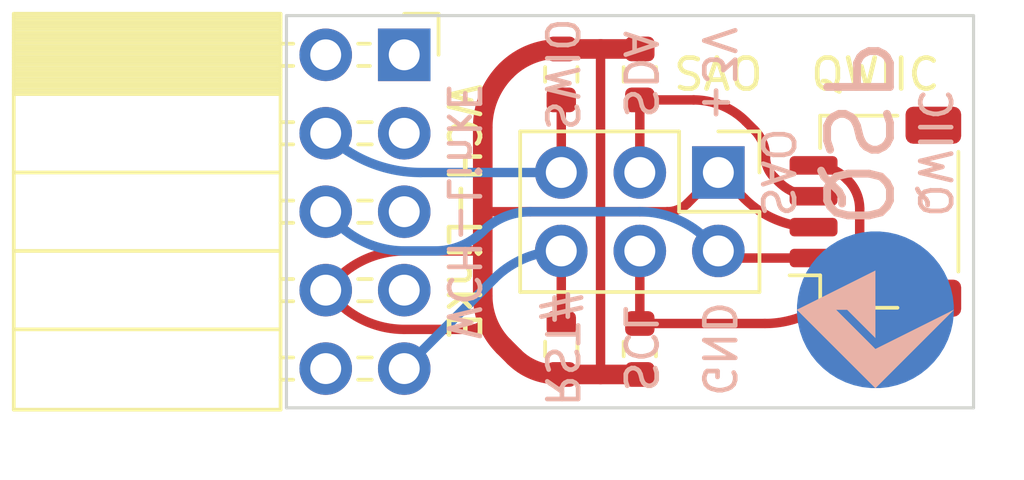
<source format=kicad_pcb>
(kicad_pcb (version 20221018) (generator pcbnew)
  (title_block (title "Qwiic Shitty Programmer") (company "Steiert Solutions"))
  (layers (0 "F.Cu" signal) (31 "B.Cu" signal) (34 "B.Paste" user) (35 "F.Paste" user) (36 "B.SilkS" user "B.Silkscreen") (37 "F.SilkS" user "F.Silkscreen") (38 "B.Mask" user) (39 "F.Mask" user) (44 "Edge.Cuts" user))
  (net 0 "")
  (net 1 "/GND")
  (net 2 "/+3V")
  (net 3 "/SDA")
  (net 4 "/SCL")
  (net 5 "/SWIO")
  (net 6 "/RST#")
  (footprint "Resistor_SMD:R_0603_1608Metric" (layer "F.Cu") (at 135.89 116.205 -90)
    (fp_text reference "R3" hide)
    (fp_text value "10K")
    (fp_line (start -0.237258 -0.5225) (end 0.237258 -0.5225) (stroke (width 0.12)) (layer "F.SilkS"))
    (fp_line (start -0.237258 0.5225) (end 0.237258 0.5225) (stroke (width 0.12)) (layer "F.SilkS"))
    (pad "1" smd roundrect (at -0.825 0 270) (size 0.8 0.95) (layers "F.Cu" "F.Paste" "F.Mask") (net 2 "/+3V"))
    (pad "2" smd roundrect (at 0.825 0 270) (size 0.8 0.95) (layers "F.Cu" "F.Paste" "F.Mask") (net 5 "/SWIO"))
  )
  (footprint "Resistor_SMD:R_0603_1608Metric" (layer "F.Cu") (at 138.43 125.095 -90)
    (fp_text reference "R2" hide)
    (fp_text value "10K")
    (fp_line (start -0.237258 -0.5225) (end 0.237258 -0.5225) (stroke (width 0.12)) (layer "F.SilkS"))
    (fp_line (start -0.237258 0.5225) (end 0.237258 0.5225) (stroke (width 0.12)) (layer "F.SilkS"))
    (pad "1" smd roundrect (at -0.825 0 270) (size 0.8 0.95) (layers "F.Cu" "F.Paste" "F.Mask") (net 4 "/SCL"))
    (pad "2" smd roundrect (at 0.825 0 270) (size 0.8 0.95) (layers "F.Cu" "F.Paste" "F.Mask") (net 2 "/+3V"))
  )
  (footprint "Resistor_SMD:R_0603_1608Metric" (layer "F.Cu") (at 138.43 116.205 -90)
    (fp_text reference "R1" hide)
    (fp_text value "10K")
    (fp_line (start -0.237258 -0.5225) (end 0.237258 -0.5225) (stroke (width 0.12)) (layer "F.SilkS"))
    (fp_line (start -0.237258 0.5225) (end 0.237258 0.5225) (stroke (width 0.12)) (layer "F.SilkS"))
    (pad "1" smd roundrect (at -0.825 0 270) (size 0.8 0.95) (layers "F.Cu" "F.Paste" "F.Mask") (net 2 "/+3V"))
    (pad "2" smd roundrect (at 0.825 0 270) (size 0.8 0.95) (layers "F.Cu" "F.Paste" "F.Mask") (net 3 "/SDA"))
  )
  (footprint "Connector_PinSocket_2.54mm:PinSocket_2x05_P2.54mm_Horizontal" (layer "F.Cu") (at 130.81 115.57)
    (fp_text reference "J3" hide)
    (fp_text value "WCH-LinkE")
    (fp_line (start -12.63 -1.33) (end -12.63 11.49) (stroke (width 0.12)) (layer "F.SilkS"))
    (fp_line (start -12.63 -1.33) (end -4 -1.33) (stroke (width 0.12)) (layer "F.SilkS"))
    (fp_line (start -12.63 -1.21) (end -4 -1.21) (stroke (width 0.12)) (layer "F.SilkS"))
    (fp_line (start -12.63 -1.091905) (end -4 -1.091905) (stroke (width 0.12)) (layer "F.SilkS"))
    (fp_line (start -12.63 -0.97381) (end -4 -0.97381) (stroke (width 0.12)) (layer "F.SilkS"))
    (fp_line (start -12.63 -0.855715) (end -4 -0.855715) (stroke (width 0.12)) (layer "F.SilkS"))
    (fp_line (start -12.63 -0.73762) (end -4 -0.73762) (stroke (width 0.12)) (layer "F.SilkS"))
    (fp_line (start -12.63 -0.619525) (end -4 -0.619525) (stroke (width 0.12)) (layer "F.SilkS"))
    (fp_line (start -12.63 -0.50143) (end -4 -0.50143) (stroke (width 0.12)) (layer "F.SilkS"))
    (fp_line (start -12.63 -0.383335) (end -4 -0.383335) (stroke (width 0.12)) (layer "F.SilkS"))
    (fp_line (start -12.63 -0.26524) (end -4 -0.26524) (stroke (width 0.12)) (layer "F.SilkS"))
    (fp_line (start -12.63 -0.147145) (end -4 -0.147145) (stroke (width 0.12)) (layer "F.SilkS"))
    (fp_line (start -12.63 -0.02905) (end -4 -0.02905) (stroke (width 0.12)) (layer "F.SilkS"))
    (fp_line (start -12.63 0.089045) (end -4 0.089045) (stroke (width 0.12)) (layer "F.SilkS"))
    (fp_line (start -12.63 0.20714) (end -4 0.20714) (stroke (width 0.12)) (layer "F.SilkS"))
    (fp_line (start -12.63 0.325235) (end -4 0.325235) (stroke (width 0.12)) (layer "F.SilkS"))
    (fp_line (start -12.63 0.44333) (end -4 0.44333) (stroke (width 0.12)) (layer "F.SilkS"))
    (fp_line (start -12.63 0.561425) (end -4 0.561425) (stroke (width 0.12)) (layer "F.SilkS"))
    (fp_line (start -12.63 0.67952) (end -4 0.67952) (stroke (width 0.12)) (layer "F.SilkS"))
    (fp_line (start -12.63 0.797615) (end -4 0.797615) (stroke (width 0.12)) (layer "F.SilkS"))
    (fp_line (start -12.63 0.91571) (end -4 0.91571) (stroke (width 0.12)) (layer "F.SilkS"))
    (fp_line (start -12.63 1.033805) (end -4 1.033805) (stroke (width 0.12)) (layer "F.SilkS"))
    (fp_line (start -12.63 1.1519) (end -4 1.1519) (stroke (width 0.12)) (layer "F.SilkS"))
    (fp_line (start -12.63 1.27) (end -4 1.27) (stroke (width 0.12)) (layer "F.SilkS"))
    (fp_line (start -12.63 3.81) (end -4 3.81) (stroke (width 0.12)) (layer "F.SilkS"))
    (fp_line (start -12.63 6.35) (end -4 6.35) (stroke (width 0.12)) (layer "F.SilkS"))
    (fp_line (start -12.63 8.89) (end -4 8.89) (stroke (width 0.12)) (layer "F.SilkS"))
    (fp_line (start -12.63 11.49) (end -4 11.49) (stroke (width 0.12)) (layer "F.SilkS"))
    (fp_line (start -4 -1.33) (end -4 11.49) (stroke (width 0.12)) (layer "F.SilkS"))
    (fp_line (start -4 -0.36) (end -3.59 -0.36) (stroke (width 0.12)) (layer "F.SilkS"))
    (fp_line (start -4 0.36) (end -3.59 0.36) (stroke (width 0.12)) (layer "F.SilkS"))
    (fp_line (start -4 2.18) (end -3.59 2.18) (stroke (width 0.12)) (layer "F.SilkS"))
    (fp_line (start -4 2.9) (end -3.59 2.9) (stroke (width 0.12)) (layer "F.SilkS"))
    (fp_line (start -4 4.72) (end -3.59 4.72) (stroke (width 0.12)) (layer "F.SilkS"))
    (fp_line (start -4 5.44) (end -3.59 5.44) (stroke (width 0.12)) (layer "F.SilkS"))
    (fp_line (start -4 7.26) (end -3.59 7.26) (stroke (width 0.12)) (layer "F.SilkS"))
    (fp_line (start -4 7.98) (end -3.59 7.98) (stroke (width 0.12)) (layer "F.SilkS"))
    (fp_line (start -4 9.8) (end -3.59 9.8) (stroke (width 0.12)) (layer "F.SilkS"))
    (fp_line (start -4 10.52) (end -3.59 10.52) (stroke (width 0.12)) (layer "F.SilkS"))
    (fp_line (start -1.49 -0.36) (end -1.11 -0.36) (stroke (width 0.12)) (layer "F.SilkS"))
    (fp_line (start -1.49 0.36) (end -1.11 0.36) (stroke (width 0.12)) (layer "F.SilkS"))
    (fp_line (start -1.49 2.18) (end -1.05 2.18) (stroke (width 0.12)) (layer "F.SilkS"))
    (fp_line (start -1.49 2.9) (end -1.05 2.9) (stroke (width 0.12)) (layer "F.SilkS"))
    (fp_line (start -1.49 4.72) (end -1.05 4.72) (stroke (width 0.12)) (layer "F.SilkS"))
    (fp_line (start -1.49 5.44) (end -1.05 5.44) (stroke (width 0.12)) (layer "F.SilkS"))
    (fp_line (start -1.49 7.26) (end -1.05 7.26) (stroke (width 0.12)) (layer "F.SilkS"))
    (fp_line (start -1.49 7.98) (end -1.05 7.98) (stroke (width 0.12)) (layer "F.SilkS"))
    (fp_line (start -1.49 9.8) (end -1.05 9.8) (stroke (width 0.12)) (layer "F.SilkS"))
    (fp_line (start -1.49 10.52) (end -1.05 10.52) (stroke (width 0.12)) (layer "F.SilkS"))
    (fp_line (start 0 -1.33) (end 1.11 -1.33) (stroke (width 0.12)) (layer "F.SilkS"))
    (fp_line (start 1.11 -1.33) (end 1.11 0) (stroke (width 0.12)) (layer "F.SilkS"))
    (pad "1" thru_hole rect (at 0 0) (size 1.7 1.7) (drill 1) (layers "*.Cu" "*.Mask"))
    (pad "2" thru_hole oval (at -2.54 0) (size 1.7 1.7) (drill 1) (layers "*.Cu" "*.Mask"))
    (pad "3" thru_hole oval (at 0 2.54) (size 1.7 1.7) (drill 1) (layers "*.Cu" "*.Mask"))
    (pad "4" thru_hole oval (at -2.54 2.54) (size 1.7 1.7) (drill 1) (layers "*.Cu" "*.Mask") (net 5 "/SWIO"))
    (pad "5" thru_hole oval (at 0 5.08) (size 1.7 1.7) (drill 1) (layers "*.Cu" "*.Mask"))
    (pad "6" thru_hole oval (at -2.54 5.08) (size 1.7 1.7) (drill 1) (layers "*.Cu" "*.Mask") (net 1 "/GND"))
    (pad "7" thru_hole oval (at 0 7.62) (size 1.7 1.7) (drill 1) (layers "*.Cu" "*.Mask"))
    (pad "8" thru_hole oval (at -2.54 7.62) (size 1.7 1.7) (drill 1) (layers "*.Cu" "*.Mask") (net 2 "/+3V"))
    (pad "9" thru_hole oval (at 0 10.16) (size 1.7 1.7) (drill 1) (layers "*.Cu" "*.Mask") (net 6 "/RST#"))
    (pad "10" thru_hole oval (at -2.54 10.16) (size 1.7 1.7) (drill 1) (layers "*.Cu" "*.Mask"))
  )
  (footprint "Connector_PinHeader_2.54mm:PinHeader_2x03_P2.54mm_Vertical" (layer "F.Cu") (at 140.97 119.38 -90)
    (fp_text reference "J2" hide)
    (fp_text value "SAO")
    (fp_line (start -1.33 -1.33) (end 0 -1.33) (stroke (width 0.12)) (layer "F.SilkS"))
    (fp_line (start -1.33 0) (end -1.33 -1.33) (stroke (width 0.12)) (layer "F.SilkS"))
    (fp_line (start -1.33 1.27) (end -1.33 6.41) (stroke (width 0.12)) (layer "F.SilkS"))
    (fp_line (start -1.33 1.27) (end 1.27 1.27) (stroke (width 0.12)) (layer "F.SilkS"))
    (fp_line (start -1.33 6.41) (end 3.87 6.41) (stroke (width 0.12)) (layer "F.SilkS"))
    (fp_line (start 1.27 -1.33) (end 3.87 -1.33) (stroke (width 0.12)) (layer "F.SilkS"))
    (fp_line (start 1.27 1.27) (end 1.27 -1.33) (stroke (width 0.12)) (layer "F.SilkS"))
    (fp_line (start 3.87 -1.33) (end 3.87 6.41) (stroke (width 0.12)) (layer "F.SilkS"))
    (pad "1" thru_hole rect (at 0 0 270) (size 1.7 1.7) (drill 1) (layers "*.Cu" "*.Mask") (net 2 "/+3V"))
    (pad "2" thru_hole oval (at 2.54 0 270) (size 1.7 1.7) (drill 1) (layers "*.Cu" "*.Mask") (net 1 "/GND"))
    (pad "3" thru_hole oval (at 0 2.54 270) (size 1.7 1.7) (drill 1) (layers "*.Cu" "*.Mask") (net 3 "/SDA"))
    (pad "4" thru_hole oval (at 2.54 2.54 270) (size 1.7 1.7) (drill 1) (layers "*.Cu" "*.Mask") (net 4 "/SCL"))
    (pad "5" thru_hole oval (at 0 5.08 270) (size 1.7 1.7) (drill 1) (layers "*.Cu" "*.Mask") (net 5 "/SWIO"))
    (pad "6" thru_hole oval (at 2.54 5.08 270) (size 1.7 1.7) (drill 1) (layers "*.Cu" "*.Mask") (net 6 "/RST#"))
  )
  (footprint "Resistor_SMD:R_0603_1608Metric" (layer "F.Cu") (at 135.89 125.095 -90)
    (fp_text reference "R4" hide)
    (fp_text value "10K")
    (fp_line (start -0.237258 -0.5225) (end 0.237258 -0.5225) (stroke (width 0.12)) (layer "F.SilkS"))
    (fp_line (start -0.237258 0.5225) (end 0.237258 0.5225) (stroke (width 0.12)) (layer "F.SilkS"))
    (pad "1" smd roundrect (at -0.825 0 270) (size 0.8 0.95) (layers "F.Cu" "F.Paste" "F.Mask") (net 6 "/RST#"))
    (pad "2" smd roundrect (at 0.825 0 270) (size 0.8 0.95) (layers "F.Cu" "F.Paste" "F.Mask") (net 2 "/+3V"))
  )
  (footprint "Connector_JST:JST_SH_SM04B-SRSS-TB_1x04-1MP_P1.00mm_Horizontal" (layer "F.Cu") (at 146.05 120.65 90)
    (fp_text reference "J1" hide)
    (fp_text value "QWIIC")
    (fp_line (start -3.11 -1.785) (end -2.06 -1.785) (stroke (width 0.12)) (layer "F.SilkS"))
    (fp_line (start -3.11 0.715) (end -3.11 -1.785) (stroke (width 0.12)) (layer "F.SilkS"))
    (fp_line (start -2.06 -1.785) (end -2.06 -2.775) (stroke (width 0.12)) (layer "F.SilkS"))
    (fp_line (start -1.94 2.685) (end 1.94 2.685) (stroke (width 0.12)) (layer "F.SilkS"))
    (fp_line (start 3.11 -1.785) (end 2.06 -1.785) (stroke (width 0.12)) (layer "F.SilkS"))
    (fp_line (start 3.11 0.715) (end 3.11 -1.785) (stroke (width 0.12)) (layer "F.SilkS"))
    (pad "1" smd roundrect (at -1.5 -2 90) (size 0.6 1.55) (layers "F.Cu" "F.Paste" "F.Mask") (net 1 "/GND"))
    (pad "2" smd roundrect (at -0.5 -2 90) (size 0.6 1.55) (layers "F.Cu" "F.Paste" "F.Mask") (net 2 "/+3V"))
    (pad "3" smd roundrect (at 0.5 -2 90) (size 0.6 1.55) (layers "F.Cu" "F.Paste" "F.Mask") (net 3 "/SDA"))
    (pad "4" smd roundrect (at 1.5 -2 90) (size 0.6 1.55) (layers "F.Cu" "F.Paste" "F.Mask") (net 4 "/SCL"))
    (pad "MP" smd roundrect (at -2.8 1.875 90) (size 1.2 1.8) (layers "F.Cu" "F.Paste" "F.Mask") (roundrect_rratio 0.208333))
    (pad "MP" smd roundrect (at 2.8 1.875 90) (size 1.2 1.8) (layers "F.Cu" "F.Paste" "F.Mask") (roundrect_rratio 0.208333))
  )
  (footprint "custom:gs_logo_200mil" (layer "B.Cu") (at 146.05 123.825 90)
    (fp_text reference "GS1" hide)
    (fp_text value "GS_logo")
    (fp_poly (pts (xy -1.27 0) (xy 0 -1.27) (xy 0 -0.9144) (xy -0.9144 0) (xy 1.27 0) (xy 0 -2.54) (xy -2.54 0) (xy 0 2.54)) (stroke (width 0.00254)) (fill solid) (layer "B.SilkS"))
    (pad "1" smd custom (at 0 0 90) (size 5.08 5.08) (layers "B.Cu") (options (clearance outline) (anchor circle)) (primitives))
  )
  (gr_line (start 149.225 114.3) (end 127 114.3) (stroke (width 0.1)) (layer "Edge.Cuts"))
  (gr_line (start 127 114.3) (end 127 127) (stroke (width 0.1)) (layer "Edge.Cuts"))
  (gr_line (start 127 127) (end 149.225 127) (stroke (width 0.1)) (layer "Edge.Cuts"))
  (gr_line (start 149.225 127) (end 149.225 114.3) (stroke (width 0.1)) (layer "Edge.Cuts"))
  (gr_text "RST#" (at 135.89 125.095 270) (layer "B.SilkS") (effects (font (size 1 1)) (justify mirror)))
  (gr_text "QWIIC" (at 147.955 118.745 270) (layer "B.SilkS") (effects (font (size 1 1)) (justify mirror)))
  (gr_text "SAO" (at 142.875 119.38 -90) (layer "B.SilkS") (effects (font (size 1 1)) (justify mirror)))
  (gr_text "WCH-LinkE" (at 132.715 120.65 270) (layer "B.SilkS") (effects (font (size 1 1)) (justify mirror)))
  (gr_text "SCL" (at 138.43 125.095 270) (layer "B.SilkS") (effects (font (size 1 1)) (justify mirror)))
  (gr_text "QSP" (at 145.415 118.11 270) (layer "B.SilkS") (effects (font (size 2.032 2.032) (thickness 0.254)) (justify mirror)))
  (gr_text "+3V" (at 140.97 116.205 270) (layer "B.SilkS") (effects (font (size 1 1)) (justify mirror)))
  (gr_text "SWIO" (at 135.89 116.205 270) (layer "B.SilkS") (effects (font (size 1 1)) (justify mirror)))
  (gr_text "SDA" (at 138.43 116.205 270) (layer "B.SilkS") (effects (font (size 1 1)) (justify mirror)))
  (gr_text "GND" (at 140.97 125.095 270) (layer "B.SilkS") (effects (font (size 1 1)) (justify mirror)))
  (gr_text "SAO" (at 140.97 116.205) (layer "F.SilkS") (effects (font (size 1 1))))
  (gr_text "WCH-LinkE" (at 132.715 120.65 -90) (layer "F.SilkS") (effects (font (size 1 1))))
  (gr_text "QWIIC" (at 146.05 116.205) (layer "F.SilkS") (effects (font (size 1 1))))
  (segment (start 144.05 122.15) (end 141.525269 122.15) (width 0.3048) (layer "F.Cu") (net 1))
  (arc (start 141.525269 122.15) (mid 141.22476 122.090225) (end 140.97 121.92) (width 0.3048) (layer "F.Cu") (net 1))
  (segment (start 138.43 120.65) (end 134.883025 120.65) (width 0.3048) (layer "B.Cu") (net 1))
  (segment (start 131.816975 121.92) (end 130.81 121.92) (width 0.3048) (layer "B.Cu") (net 1))
  (segment (start 140.97 121.92) (end 140.598026 121.548026) (width 0.3048) (layer "B.Cu") (net 1))
  (segment (start 128.641975 121.021974) (end 128.27 120.65) (width 0.3048) (layer "B.Cu") (net 1))
  (arc (start 130.81 121.92) (mid 129.636673 121.686611) (end 128.641975 121.021974) (width 0.3048) (layer "B.Cu") (net 1))
  (arc (start 133.35 121.285) (mid 132.646643 121.754968) (end 131.816975 121.92) (width 0.3048) (layer "B.Cu") (net 1))
  (arc (start 134.883025 120.65) (mid 134.053358 120.815031) (end 133.35 121.285) (width 0.3048) (layer "B.Cu") (net 1))
  (arc (start 140.598026 121.548026) (mid 139.603328 120.883389) (end 138.43 120.65) (width 0.3048) (layer "B.Cu") (net 1))
  (segment (start 137.16 125.92) (end 135.89 125.92) (width 0.635) (layer "F.Cu") (net 2))
  (segment (start 133.35 120.65) (end 133.35 121.92) (width 0.635) (layer "F.Cu") (net 2))
  (segment (start 134.366 125.349) (end 134.023873 125.006873) (width 0.635) (layer "F.Cu") (net 2))
  (segment (start 128.27 123.19) (end 128.641974 123.561974) (width 0.3048) (layer "F.Cu") (net 2))
  (segment (start 137.16 115.38) (end 135.89 115.38) (width 0.635) (layer "F.Cu") (net 2))
  (segment (start 130.81 121.92) (end 133.35 121.92) (width 0.3048) (layer "F.Cu") (net 2))
  (segment (start 137.16 115.38) (end 137.16 125.92) (width 0.3048) (layer "F.Cu") (net 2))
  (segment (start 133.35 121.92) (end 133.35 123.38) (width 0.635) (layer "F.Cu") (net 2))
  (segment (start 135.89 125.92) (end 135.744515 125.92) (width 0.635) (layer "F.Cu") (net 2))
  (segment (start 139.319 120.65) (end 133.35 120.65) (width 0.3048) (layer "F.Cu") (net 2))
  (segment (start 133.302376 123.427624) (end 133.35 123.38) (width 0.3048) (layer "F.Cu") (net 2))
  (segment (start 138.43 115.38) (end 137.16 115.38) (width 0.635) (layer "F.Cu") (net 2))
  (segment (start 140.97 119.38) (end 141.81369 120.22369) (width 0.3048) (layer "F.Cu") (net 2))
  (segment (start 133.35 117.91763) (end 133.35 120.65) (width 0.635) (layer "F.Cu") (net 2))
  (segment (start 138.43 125.92) (end 137.16 125.92) (width 0.635) (layer "F.Cu") (net 2))
  (segment (start 135.89 115.38) (end 135.797121 115.38) (width 0.635) (layer "F.Cu") (net 2))
  (segment (start 130.81 124.46) (end 132.890166 124.46) (width 0.3048) (layer "F.Cu") (net 2))
  (segment (start 128.27 123.19) (end 128.641974 122.818026) (width 0.3048) (layer "F.Cu") (net 2))
  (segment (start 140.97 119.38) (end 139.969408 120.380592) (width 0.3048) (layer "F.Cu") (net 2))
  (arc (start 141.81369 120.22369) (mid 142.839717 120.90926) (end 144.05 121.15) (width 0.3048) (layer "F.Cu") (net 2))
  (arc (start 134.023873 125.006873) (mid 133.525134 124.260458) (end 133.35 123.38) (width 0.635) (layer "F.Cu") (net 2))
  (arc (start 135.744515 125.92) (mid 134.998468 125.771602) (end 134.366 125.349) (width 0.635) (layer "F.Cu") (net 2))
  (arc (start 128.641974 122.818026) (mid 129.636672 122.153389) (end 130.81 121.92) (width 0.3048) (layer "F.Cu") (net 2))
  (arc (start 132.890166 124.46) (mid 133.222033 124.393988) (end 133.503376 124.206) (width 0.3048) (layer "F.Cu") (net 2))
  (arc (start 139.969408 120.380592) (mid 139.670999 120.579983) (end 139.319 120.65) (width 0.3048) (layer "F.Cu") (net 2))
  (arc (start 134.112 116.078) (mid 133.548037 116.922029) (end 133.35 117.91763) (width 0.635) (layer "F.Cu") (net 2))
  (arc (start 135.797121 115.38) (mid 134.885141 115.561404) (end 134.112 116.078) (width 0.635) (layer "F.Cu") (net 2))
  (arc (start 128.641974 123.561974) (mid 129.636672 124.226611) (end 130.81 124.46) (width 0.3048) (layer "F.Cu") (net 2))
  (segment (start 142.875 119.634) (end 142.763357 119.522357) (width 0.3048) (layer "F.Cu") (net 3))
  (segment (start 138.43 117.03) (end 138.43 119.38) (width 0.3048) (layer "F.Cu") (net 3))
  (segment (start 142.925016 119.684017) (end 142.875 119.634) (width 0.3048) (layer "F.Cu") (net 3))
  (segment (start 140.171465 117.03) (end 138.43 117.03) (width 0.3048) (layer "F.Cu") (net 3))
  (segment (start 142.13479 118.00479) (end 141.859 117.729) (width 0.3048) (layer "F.Cu") (net 3))
  (arc (start 144.05 120.15) (mid 143.441163 120.028895) (end 142.925016 119.684017) (width 0.3048) (layer "F.Cu") (net 3))
  (arc (start 142.763357 119.522357) (mid 142.564003 119.224002) (end 142.494 118.872) (width 0.3048) (layer "F.Cu") (net 3))
  (arc (start 142.494 118.872) (mid 142.400644 118.402669) (end 142.13479 118.00479) (width 0.3048) (layer "F.Cu") (net 3))
  (arc (start 141.859 117.729) (mid 141.084753 117.211664) (end 140.171465 117.03) (width 0.3048) (layer "F.Cu") (net 3))
  (segment (start 145.161 119.634) (end 145.120356 119.593356) (width 0.3048) (layer "F.Cu") (net 4))
  (segment (start 138.43 124.27) (end 142.479255 124.27) (width 0.3048) (layer "F.Cu") (net 4))
  (segment (start 145.542 121.47737) (end 145.542 120.553815) (width 0.3048) (layer "F.Cu") (net 4))
  (segment (start 138.43 124.27) (end 138.43 121.92) (width 0.3048) (layer "F.Cu") (net 4))
  (arc (start 145.120356 119.593356) (mid 144.629273 119.265225) (end 144.05 119.15) (width 0.3048) (layer "F.Cu") (net 4))
  (arc (start 145.542 120.553815) (mid 145.442982 120.056015) (end 145.161 119.634) (width 0.3048) (layer "F.Cu") (net 4))
  (arc (start 142.479255 124.27) (mid 143.724409 124.022324) (end 144.78 123.317) (width 0.3048) (layer "F.Cu") (net 4))
  (arc (start 144.78 123.317) (mid 145.343963 122.472971) (end 145.542 121.47737) (width 0.3048) (layer "F.Cu") (net 4))
  (segment (start 135.89 117.03) (end 135.89 119.38) (width 0.3048) (layer "F.Cu") (net 5))
  (segment (start 135.89 119.38) (end 131.336051 119.38) (width 0.3048) (layer "B.Cu") (net 5))
  (arc (start 131.336051 119.38) (mid 129.676717 119.049938) (end 128.27 118.11) (width 0.3048) (layer "B.Cu") (net 5))
  (segment (start 135.89 124.27) (end 135.89 121.92) (width 0.3048) (layer "F.Cu") (net 6))
  (segment (start 130.81 125.73) (end 133.721974 122.818026) (width 0.3048) (layer "B.Cu") (net 6))
  (arc (start 133.721974 122.818026) (mid 134.716672 122.153389) (end 135.89 121.92) (width 0.3048) (layer "B.Cu") (net 6))
)
</source>
